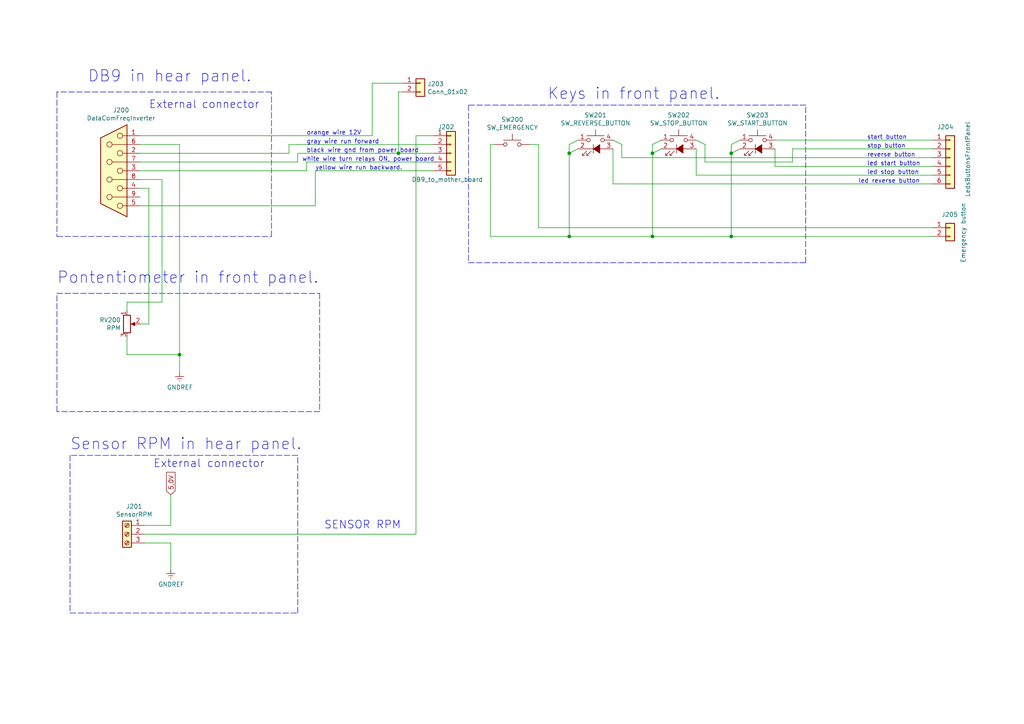
<source format=kicad_sch>
(kicad_sch (version 20211123) (generator eeschema)
  (paper "A4")
  (title_block (title "Hear Painel") (date "2021-10-03") (rev "CONN2.0"))
  (lib_symbols
    (symbol "Connector:DB9_Female" (pin_names (offset 1.016) hide)
      (property "Reference" "J" (at 0 13.97 0))
      (property "Value" "DB9_Female" (at 0 -14.605 0))
      (symbol "DB9_Female_0_1"
        (circle (center -1.778 -10.16) (radius 0.762))
        (circle (center -1.778 -5.08) (radius 0.762))
        (circle (center -1.778 0) (radius 0.762))
        (circle (center -1.778 5.08) (radius 0.762))
        (circle (center -1.778 10.16) (radius 0.762))
        (polyline (pts (xy -3.81 -10.16) (xy -2.54 -10.16)))
        (polyline (pts (xy -3.81 -7.62) (xy 0.508 -7.62)))
        (polyline (pts (xy -3.81 -5.08) (xy -2.54 -5.08)))
        (polyline (pts (xy -3.81 -2.54) (xy 0.508 -2.54)))
        (polyline (pts (xy -3.81 0) (xy -2.54 0)))
        (polyline (pts (xy -3.81 2.54) (xy 0.508 2.54)))
        (polyline (pts (xy -3.81 5.08) (xy -2.54 5.08)))
        (polyline (pts (xy -3.81 7.62) (xy 0.508 7.62)))
        (polyline (pts (xy -3.81 10.16) (xy -2.54 10.16)))
        (polyline (pts (xy -3.81 13.335) (xy -3.81 -13.335) (xy 3.81 -9.525) (xy 3.81 9.525) (xy -3.81 13.335)) (stroke (width 0.254)) (fill (type background)))
        (circle (center 1.27 -7.62) (radius 0.762))
        (circle (center 1.27 -2.54) (radius 0.762))
        (circle (center 1.27 2.54) (radius 0.762))
        (circle (center 1.27 7.62) (radius 0.762))
      )
      (symbol "DB9_Female_1_1"
        (pin passive line (at -7.62 10.16 0) (length 3.81) (name "1") (number "1"))
        (pin passive line (at -7.62 5.08 0) (length 3.81) (name "2") (number "2"))
        (pin passive line (at -7.62 0 0) (length 3.81) (name "3") (number "3"))
        (pin passive line (at -7.62 -5.08 0) (length 3.81) (name "4") (number "4"))
        (pin passive line (at -7.62 -10.16 0) (length 3.81) (name "5") (number "5"))
        (pin passive line (at -7.62 7.62 0) (length 3.81) (name "6") (number "6"))
        (pin passive line (at -7.62 2.54 0) (length 3.81) (name "7") (number "7"))
        (pin passive line (at -7.62 -2.54 0) (length 3.81) (name "8") (number "8"))
        (pin passive line (at -7.62 -7.62 0) (length 3.81) (name "9") (number "9"))
      )
    )
    (symbol "Connector:Screw_Terminal_01x03" (pin_names (offset 1.016) hide)
      (property "Reference" "J" (at 0 5.08 0))
      (property "Value" "Screw_Terminal_01x03" (at 0 -5.08 0))
      (symbol "Screw_Terminal_01x03_1_1"
        (rectangle (start -1.27 3.81) (end 1.27 -3.81) (stroke (width 0.254)) (fill (type background)))
        (circle (center 0 -2.54) (radius 0.635) (stroke (width 0.1524)))
        (polyline (pts (xy -0.5334 -2.2098) (xy 0.3302 -3.048)) (stroke (width 0.1524)))
        (polyline (pts (xy -0.5334 0.3302) (xy 0.3302 -0.508)) (stroke (width 0.1524)))
        (polyline (pts (xy -0.5334 2.8702) (xy 0.3302 2.032)) (stroke (width 0.1524)))
        (polyline (pts (xy -0.3556 -2.032) (xy 0.508 -2.8702)) (stroke (width 0.1524)))
        (polyline (pts (xy -0.3556 0.508) (xy 0.508 -0.3302)) (stroke (width 0.1524)))
        (polyline (pts (xy -0.3556 3.048) (xy 0.508 2.2098)) (stroke (width 0.1524)))
        (circle (center 0 0) (radius 0.635) (stroke (width 0.1524)))
        (circle (center 0 2.54) (radius 0.635) (stroke (width 0.1524)))
        (pin passive line (at -5.08 2.54 0) (length 3.81) (name "Pin_1") (number "1"))
        (pin passive line (at -5.08 0 0) (length 3.81) (name "Pin_2") (number "2"))
        (pin passive line (at -5.08 -2.54 0) (length 3.81) (name "Pin_3") (number "3"))
      )
    )
    (symbol "Connector_Generic:Conn_01x02" (pin_names (offset 1.016) hide)
      (property "Reference" "J" (at 0 2.54 0))
      (property "Value" "Conn_01x02" (at 0 -5.08 0))
      (symbol "Conn_01x02_1_1"
        (rectangle (start -1.27 -2.413) (end 0 -2.667) (stroke (width 0.1524)))
        (rectangle (start -1.27 0.127) (end 0 -0.127) (stroke (width 0.1524)))
        (rectangle (start -1.27 1.27) (end 1.27 -3.81) (stroke (width 0.254)) (fill (type background)))
        (pin passive line (at -5.08 0 0) (length 3.81) (name "Pin_1") (number "1"))
        (pin passive line (at -5.08 -2.54 0) (length 3.81) (name "Pin_2") (number "2"))
      )
    )
    (symbol "Connector_Generic:Conn_01x05" (pin_names (offset 1.016) hide)
      (property "Reference" "J" (at 0 7.62 0))
      (property "Value" "Conn_01x05" (at 0 -7.62 0))
      (symbol "Conn_01x05_1_1"
        (rectangle (start -1.27 -4.953) (end 0 -5.207) (stroke (width 0.1524)))
        (rectangle (start -1.27 -2.413) (end 0 -2.667) (stroke (width 0.1524)))
        (rectangle (start -1.27 0.127) (end 0 -0.127) (stroke (width 0.1524)))
        (rectangle (start -1.27 2.667) (end 0 2.413) (stroke (width 0.1524)))
        (rectangle (start -1.27 5.207) (end 0 4.953) (stroke (width 0.1524)))
        (rectangle (start -1.27 6.35) (end 1.27 -6.35) (stroke (width 0.254)) (fill (type background)))
        (pin passive line (at -5.08 5.08 0) (length 3.81) (name "Pin_1") (number "1"))
        (pin passive line (at -5.08 2.54 0) (length 3.81) (name "Pin_2") (number "2"))
        (pin passive line (at -5.08 0 0) (length 3.81) (name "Pin_3") (number "3"))
        (pin passive line (at -5.08 -2.54 0) (length 3.81) (name "Pin_4") (number "4"))
        (pin passive line (at -5.08 -5.08 0) (length 3.81) (name "Pin_5") (number "5"))
      )
    )
    (symbol "Connector_Generic:Conn_01x06" (pin_names (offset 1.016) hide)
      (property "Reference" "J" (at 0 7.62 0))
      (property "Value" "Conn_01x06" (at 0 -10.16 0))
      (symbol "Conn_01x06_1_1"
        (rectangle (start -1.27 -7.493) (end 0 -7.747) (stroke (width 0.1524)))
        (rectangle (start -1.27 -4.953) (end 0 -5.207) (stroke (width 0.1524)))
        (rectangle (start -1.27 -2.413) (end 0 -2.667) (stroke (width 0.1524)))
        (rectangle (start -1.27 0.127) (end 0 -0.127) (stroke (width 0.1524)))
        (rectangle (start -1.27 2.667) (end 0 2.413) (stroke (width 0.1524)))
        (rectangle (start -1.27 5.207) (end 0 4.953) (stroke (width 0.1524)))
        (rectangle (start -1.27 6.35) (end 1.27 -8.89) (stroke (width 0.254)) (fill (type background)))
        (pin passive line (at -5.08 5.08 0) (length 3.81) (name "Pin_1") (number "1"))
        (pin passive line (at -5.08 2.54 0) (length 3.81) (name "Pin_2") (number "2"))
        (pin passive line (at -5.08 0 0) (length 3.81) (name "Pin_3") (number "3"))
        (pin passive line (at -5.08 -2.54 0) (length 3.81) (name "Pin_4") (number "4"))
        (pin passive line (at -5.08 -5.08 0) (length 3.81) (name "Pin_5") (number "5"))
        (pin passive line (at -5.08 -7.62 0) (length 3.81) (name "Pin_6") (number "6"))
      )
    )
    (symbol "Device:R_POT" (pin_names (offset 1.016) hide)
      (property "Reference" "RV" (at -4.445 0 90))
      (property "Value" "Device_R_POT" (at -2.54 0 90))
      (symbol "R_POT_0_1"
        (polyline (pts (xy 2.54 0) (xy 1.524 0)))
        (polyline (pts (xy 1.143 0) (xy 2.286 0.508) (xy 2.286 -0.508) (xy 1.143 0)) (fill (type outline)))
        (rectangle (start 1.016 2.54) (end -1.016 -2.54) (stroke (width 0.254)))
      )
      (symbol "R_POT_1_1"
        (pin passive line (at 0 3.81 270) (length 1.27) (name "1") (number "1"))
        (pin passive line (at 3.81 0 180) (length 1.27) (name "2") (number "2"))
        (pin passive line (at 0 -3.81 90) (length 1.27) (name "3") (number "3"))
      )
    )
    (symbol "Switch:SW_MEC_5G" (pin_numbers hide) (pin_names (offset 1.016) hide)
      (property "Reference" "SW" (at 1.27 2.54 0))
      (property "Value" "SW_MEC_5G" (at 0 -1.524 0))
      (symbol "SW_MEC_5G_0_1"
        (circle (center -2.032 0) (radius 0.508))
        (polyline (pts (xy 0 1.27) (xy 0 3.048)))
        (polyline (pts (xy 2.54 1.27) (xy -2.54 1.27)))
        (circle (center 2.032 0) (radius 0.508))
        (pin passive line (at -5.08 0 0) (length 2.54) (name "A") (number "1"))
        (pin passive line (at 5.08 0 180) (length 2.54) (name "B") (number "3"))
      )
      (symbol "SW_MEC_5G_1_1"
        (pin passive line (at -5.08 0 0) (length 2.54) hide (name "A") (number "2"))
        (pin passive line (at 5.08 0 180) (length 2.54) hide (name "B") (number "4"))
      )
    )
    (symbol "Switch:SW_MEC_5G_LED" (pin_names (offset 1.016) hide)
      (property "Reference" "SW" (at 0.635 5.715 0))
      (property "Value" "SW_MEC_5G_LED" (at 0 -3.175 0))
      (symbol "SW_MEC_5G_LED_0_0"
        (polyline (pts (xy -3.81 -1.905) (xy -2.54 -0.635)))
        (polyline (pts (xy -2.54 -1.905) (xy -1.27 -0.635)))
        (polyline (pts (xy -2.54 0) (xy 2.54 0)))
        (polyline (pts (xy -0.635 1.27) (xy -0.635 -1.27)))
        (polyline (pts (xy -3.81 -1.27) (xy -3.81 -1.905) (xy -3.175 -1.905)))
        (polyline (pts (xy -2.54 -1.27) (xy -2.54 -1.905) (xy -1.905 -1.905)))
        (polyline (pts (xy -0.635 0) (xy 1.27 1.27) (xy 1.27 -1.27) (xy -0.635 0)) (fill (type outline)))
      )
      (symbol "SW_MEC_5G_LED_0_1"
        (circle (center -2.032 2.54) (radius 0.508))
        (polyline (pts (xy 0 3.81) (xy 0 5.588)))
        (polyline (pts (xy 2.54 3.81) (xy -2.54 3.81)))
        (circle (center 2.032 2.54) (radius 0.508))
        (pin passive line (at -5.08 2.54 0) (length 2.54) (name "1") (number "1"))
        (pin passive line (at -5.08 0 0) (length 2.54) (name "2") (number "2"))
        (pin passive line (at 5.08 0 180) (length 2.54) (name "K") (number "3"))
        (pin passive line (at 5.08 2.54 180) (length 2.54) (name "A") (number "4"))
      )
    )
    (symbol "power:GNDREF" (power) (pin_names (offset 0))
      (property "Value" "GNDREF" (at 0 -3.81 0))
      (symbol "GNDREF_0_1"
        (polyline (pts (xy -0.635 -1.905) (xy 0.635 -1.905)))
        (polyline (pts (xy -0.127 -2.54) (xy 0.127 -2.54)))
        (polyline (pts (xy 0 -1.27) (xy 0 0)))
        (polyline (pts (xy 1.27 -1.27) (xy -1.27 -1.27)))
      )
      (symbol "GNDREF_1_1"
        (pin power_in line (at 0 0 270) (length 0) hide (name "GNDREF") (number "1"))
      )
    )
  )
  (junction (at 115.57 44.45))
  (junction (at 212.09 44.45))
  (junction (at 189.23 44.45))
  (junction (at 165.1 44.45))
  (junction (at 165.1 68.58))
  (junction (at 52.07 102.87))
  (junction (at 212.09 68.58))
  (junction (at 189.23 68.58))
  (wire (pts (xy 229.87 46.99) (xy 229.87 43.18)))
  (wire (pts (xy 191.77 40.64) (xy 189.23 41.91)))
  (wire (pts (xy 36.83 102.87) (xy 36.83 97.79)))
  (polyline (pts (xy 86.36 177.8) (xy 86.36 132.08)))
  (wire (pts (xy 201.93 50.8) (xy 270.51 50.8)))
  (wire (pts (xy 46.99 87.63) (xy 36.83 87.63)))
  (wire (pts (xy 120.65 154.94) (xy 120.65 39.37)))
  (wire (pts (xy 156.21 41.91) (xy 156.21 66.04)))
  (wire (pts (xy 156.21 66.04) (xy 270.51 66.04)))
  (wire (pts (xy 46.99 52.07) (xy 46.99 87.63)))
  (wire (pts (xy 125.73 41.91) (xy 83.82 41.91)))
  (wire (pts (xy 88.9 46.99) (xy 88.9 49.53)))
  (wire (pts (xy 91.44 49.53) (xy 91.44 59.69)))
  (wire (pts (xy 142.24 41.91) (xy 142.24 68.58)))
  (wire (pts (xy 41.91 154.94) (xy 120.65 154.94)))
  (wire (pts (xy 115.57 26.67) (xy 116.84 26.67)))
  (polyline (pts (xy 20.32 132.08) (xy 20.32 177.8)))
  (wire (pts (xy 212.09 68.58) (xy 270.51 68.58)))
  (wire (pts (xy 83.82 41.91) (xy 83.82 44.45)))
  (wire (pts (xy 40.64 44.45) (xy 83.82 44.45)))
  (polyline (pts (xy 92.71 119.38) (xy 16.51 119.38)))
  (wire (pts (xy 52.07 107.95) (xy 52.07 102.87)))
  (wire (pts (xy 177.8 53.34) (xy 270.51 53.34)))
  (wire (pts (xy 49.53 143.51) (xy 49.53 152.4)))
  (polyline (pts (xy 233.68 30.48) (xy 135.89 30.48)))
  (wire (pts (xy 224.79 43.18) (xy 224.79 48.26)))
  (polyline (pts (xy 16.51 119.38) (xy 16.51 85.09)))
  (wire (pts (xy 177.8 40.64) (xy 180.34 41.91)))
  (wire (pts (xy 189.23 44.45) (xy 189.23 68.58)))
  (wire (pts (xy 165.1 68.58) (xy 189.23 68.58)))
  (wire (pts (xy 120.65 39.37) (xy 125.73 39.37)))
  (wire (pts (xy 224.79 40.64) (xy 270.51 40.64)))
  (wire (pts (xy 165.1 41.91) (xy 165.1 44.45)))
  (wire (pts (xy 40.64 46.99) (xy 86.36 46.99)))
  (polyline (pts (xy 86.36 132.08) (xy 20.32 132.08)))
  (wire (pts (xy 86.36 44.45) (xy 115.57 44.45)))
  (polyline (pts (xy 135.89 30.48) (xy 135.89 76.2)))
  (wire (pts (xy 43.18 93.98) (xy 40.64 93.98)))
  (wire (pts (xy 107.95 24.13) (xy 116.84 24.13)))
  (wire (pts (xy 165.1 44.45) (xy 165.1 68.58)))
  (wire (pts (xy 191.77 43.18) (xy 189.23 44.45)))
  (polyline (pts (xy 233.68 76.2) (xy 233.68 30.48)))
  (wire (pts (xy 153.67 41.91) (xy 156.21 41.91)))
  (polyline (pts (xy 16.51 68.58) (xy 78.74 68.58)))
  (wire (pts (xy 115.57 44.45) (xy 125.73 44.45)))
  (wire (pts (xy 167.64 43.18) (xy 165.1 44.45)))
  (wire (pts (xy 43.18 54.61) (xy 43.18 93.98)))
  (wire (pts (xy 49.53 157.48) (xy 49.53 165.1)))
  (wire (pts (xy 212.09 41.91) (xy 212.09 44.45)))
  (wire (pts (xy 125.73 46.99) (xy 88.9 46.99)))
  (polyline (pts (xy 78.74 26.67) (xy 16.51 26.67)))
  (wire (pts (xy 52.07 41.91) (xy 52.07 102.87)))
  (wire (pts (xy 125.73 49.53) (xy 91.44 49.53)))
  (wire (pts (xy 40.64 59.69) (xy 91.44 59.69)))
  (wire (pts (xy 143.51 41.91) (xy 142.24 41.91)))
  (polyline (pts (xy 135.89 76.2) (xy 233.68 76.2)))
  (polyline (pts (xy 92.71 85.09) (xy 92.71 119.38)))
  (wire (pts (xy 40.64 39.37) (xy 107.95 39.37)))
  (polyline (pts (xy 16.51 26.67) (xy 16.51 68.58)))
  (wire (pts (xy 40.64 41.91) (xy 52.07 41.91)))
  (wire (pts (xy 189.23 68.58) (xy 212.09 68.58)))
  (polyline (pts (xy 78.74 68.58) (xy 78.74 26.67)))
  (wire (pts (xy 201.93 40.64) (xy 204.47 41.91)))
  (wire (pts (xy 214.63 43.18) (xy 212.09 44.45)))
  (wire (pts (xy 107.95 39.37) (xy 107.95 24.13)))
  (wire (pts (xy 142.24 68.58) (xy 165.1 68.58)))
  (wire (pts (xy 201.93 43.18) (xy 201.93 50.8)))
  (wire (pts (xy 167.64 40.64) (xy 165.1 41.91)))
  (wire (pts (xy 214.63 40.64) (xy 212.09 41.91)))
  (wire (pts (xy 177.8 53.34) (xy 177.8 43.18)))
  (wire (pts (xy 41.91 157.48) (xy 49.53 157.48)))
  (wire (pts (xy 180.34 45.72) (xy 270.51 45.72)))
  (wire (pts (xy 189.23 41.91) (xy 189.23 44.45)))
  (polyline (pts (xy 20.32 177.8) (xy 86.36 177.8)))
  (wire (pts (xy 229.87 43.18) (xy 270.51 43.18)))
  (wire (pts (xy 180.34 41.91) (xy 180.34 45.72)))
  (wire (pts (xy 41.91 152.4) (xy 49.53 152.4)))
  (wire (pts (xy 224.79 48.26) (xy 270.51 48.26)))
  (wire (pts (xy 204.47 41.91) (xy 204.47 46.99)))
  (wire (pts (xy 40.64 49.53) (xy 88.9 49.53)))
  (wire (pts (xy 86.36 46.99) (xy 86.36 44.45)))
  (polyline (pts (xy 16.51 85.09) (xy 92.71 85.09)))
  (wire (pts (xy 36.83 87.63) (xy 36.83 90.17)))
  (wire (pts (xy 204.47 46.99) (xy 229.87 46.99)))
  (wire (pts (xy 52.07 102.87) (xy 36.83 102.87)))
  (wire (pts (xy 40.64 54.61) (xy 43.18 54.61)))
  (wire (pts (xy 115.57 44.45) (xy 115.57 26.67)))
  (wire (pts (xy 212.09 44.45) (xy 212.09 68.58)))
  (wire (pts (xy 40.64 52.07) (xy 46.99 52.07)))
  (text "External" (at 43.18 31.75 0) (effects (font (size 2.2606 2.2606)) (justify left bottom)))
  (text "External connector" (at 44.45 135.89 0) (effects (font (size 2.2606 2.2606)) (justify left bottom)))
  (text "start button" (at 251.46 40.64 0) (effects (font (size 1.27 1.27)) (justify left bottom)))
  (text "stop button" (at 251.46 43.18 0) (effects (font (size 1.27 1.27)) (justify left bottom)))
  (text "connector" (at 58.42 31.75 0) (effects (font (size 2.2606 2.2606)) (justify left bottom)))
  (text "Sensor RPM in hear panel." (at 20.32 130.81 0) (effects (font (size 3.2766 3.2766)) (justify left bottom)))
  (text "white wire turn relays ON, power board" (at 87.63 46.99 0) (effects (font (size 1.27 1.27)) (justify left bottom)))
  (text "yellow wire run backward." (at 91.44 49.53 0) (effects (font (size 1.27 1.27)) (justify left bottom)))
  (text "DB9 in hear panel." (at 25.4 24.13 0) (effects (font (size 3.2766 3.2766)) (justify left bottom)))
  (text "led stop button" (at 251.46 50.8 0) (effects (font (size 1.27 1.27)) (justify left bottom)))
  (text "Pontentiometer in front panel." (at 16.51 82.55 0) (effects (font (size 3.2766 3.2766)) (justify left bottom)))
  (text "led start button" (at 251.46 48.26 0) (effects (font (size 1.27 1.27)) (justify left bottom)))
  (text "orange wire 12V" (at 88.9 39.37 0) (effects (font (size 1.27 1.27)) (justify left bottom)))
  (text "black wire gnd from power board" (at 88.9 44.45 0) (effects (font (size 1.27 1.27)) (justify left bottom)))
  (text "reverse button" (at 251.46 45.72 0) (effects (font (size 1.27 1.27)) (justify left bottom)))
  (text "SENSOR RPM" (at 93.98 153.67 0) (effects (font (size 2.2606 2.2606)) (justify left bottom)))
  (text "led reverse button" (at 248.92 53.34 0) (effects (font (size 1.27 1.27)) (justify left bottom)))
  (text "gray wire run forward" (at 88.9 41.91 0) (effects (font (size 1.27 1.27)) (justify left bottom)))
  (text "Keys in front panel." (at 158.75 29.21 0) (effects (font (size 3.2766 3.2766)) (justify left bottom)))
  (global_label "5,0V" (shape input) (at 49.53 143.51 90) (property "Intersheet References" "${INTERSHEET_REFS}" (effects hide)))
  (symbol (lib_id "Connector_Generic:Conn_01x05") (at 130.81 44.45 0) (unit 1)
    (property "Reference" "J202" (at 127 36.83 0) (effects (justify left)))
    (property "Value" "DB9_to_mother_board" (at 119.38 52.07 0) (effects (justify left)))
  )
  (symbol (lib_id "Connector_Generic:Conn_01x06") (at 275.59 45.72 0) (unit 1)
    (property "Reference" "J204" (at 271.78 36.83 0) (effects (justify left)))
    (property "Value" "LedsButtonsFrontPanel" (at 280.67 57.15 90) (effects (justify left)))
  )
  (symbol (lib_id "Connector_Generic:Conn_01x02") (at 275.59 66.04 0) (unit 1)
    (property "Reference" "J205" (at 273.05 62.23 0) (effects (justify left)))
    (property "Value" "Emergency button" (at 279.4 76.2 90) (effects (justify left)))
  )
  (symbol (lib_id "Connector:DB9_Female") (at 33.02 49.53 0) (mirror y) (unit 1)
    (property "Reference" "J200" (at 35.1028 31.9532 0))
    (property "Value" "DataComFreqInverter" (at 35.1028 34.2646 0))
    (property "Datasheet" " ~" (effects hide))
  )
  (symbol (lib_id "Device:R_POT") (at 36.83 93.98 0) (unit 1)
    (property "Reference" "RV200" (at 35.052 92.8116 0) (effects (justify right)))
    (property "Value" "RPM" (at 35.052 95.123 0) (effects (justify right)))
  )
  (symbol (lib_id "power:GNDREF") (at 52.07 107.95 0) (unit 1)
    (property "Reference" "#PWR?" (effects hide))
    (property "Value" "GNDREF" (at 52.197 112.3442 0))
  )
  (symbol (lib_id "Connector:Screw_Terminal_01x03") (at 36.83 154.94 0) (mirror y) (unit 1)
    (property "Reference" "J201" (at 38.9128 146.8882 0))
    (property "Value" "SensorRPM" (at 38.9128 149.1996 0))
  )
  (symbol (lib_id "power:GNDREF") (at 49.53 165.1 0) (unit 1)
    (property "Reference" "#PWR?" (effects hide))
    (property "Value" "GNDREF" (at 49.657 169.4942 0))
  )
  (symbol (lib_id "Switch:SW_MEC_5G_LED") (at 172.72 43.18 0) (unit 1)
    (property "Reference" "SW201" (at 172.72 33.401 0))
    (property "Value" "SW_REVERSE_BUTTON" (at 172.72 35.7124 0))
    (property "Datasheet" "http://www.apem.com/int/index.php?controller=attachment&id_attachment=488" (effects hide))
  )
  (symbol (lib_id "Switch:SW_MEC_5G_LED") (at 196.85 43.18 0) (unit 1)
    (property "Reference" "SW202" (at 196.85 33.401 0))
    (property "Value" "SW_STOP_BUTTON" (at 196.85 35.7124 0))
    (property "Datasheet" "http://www.apem.com/int/index.php?controller=attachment&id_attachment=488" (effects hide))
  )
  (symbol (lib_id "Switch:SW_MEC_5G_LED") (at 219.71 43.18 0) (unit 1)
    (property "Reference" "SW203" (at 219.71 33.401 0))
    (property "Value" "SW_START_BUTTON" (at 219.71 35.7124 0))
    (property "Datasheet" "http://www.apem.com/int/index.php?controller=attachment&id_attachment=488" (effects hide))
  )
  (symbol (lib_id "Switch:SW_MEC_5G") (at 148.59 41.91 0) (unit 1)
    (property "Reference" "SW200" (at 148.59 34.671 0))
    (property "Value" "SW_EMERGENCY" (at 148.59 36.9824 0))
    (property "Datasheet" "http://www.apem.com/int/index.php?controller=attachment&id_attachment=488" (effects hide))
  )
  (symbol (lib_id "Connector_Generic:Conn_01x02") (at 121.92 24.13 0) (unit 1)
    (property "Reference" "J203" (at 123.952 24.3332 0) (effects (justify left)))
    (property "Value" "Conn_01x02" (at 123.952 26.6446 0) (effects (justify left)))
  )
)
</source>
